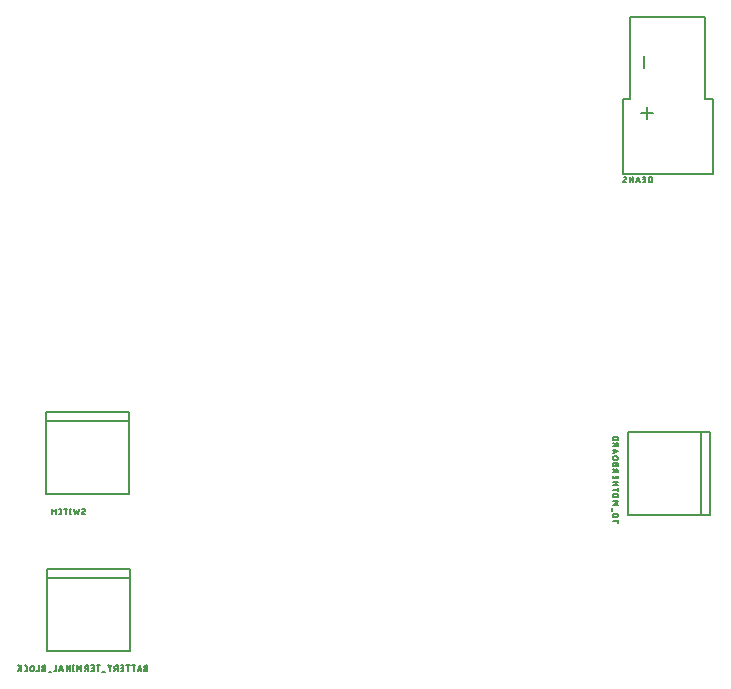
<source format=gbr>
G04 EAGLE Gerber RS-274X export*
G75*
%MOMM*%
%FSLAX34Y34*%
%LPD*%
%INSilkscreen Bottom*%
%IPPOS*%
%AMOC8*
5,1,8,0,0,1.08239X$1,22.5*%
G01*
%ADD10C,0.203200*%
%ADD11C,0.127000*%


D10*
X654000Y827500D02*
X654000Y757500D01*
X716000Y757500D01*
X724000Y757500D01*
X724000Y827500D01*
X716000Y827500D01*
X654000Y827500D01*
X716000Y827500D02*
X716000Y757500D01*
D11*
X645965Y752316D02*
X641139Y752316D01*
X645965Y750976D02*
X645965Y753657D01*
X644624Y756096D02*
X642480Y756096D01*
X644624Y756096D02*
X644695Y756098D01*
X644767Y756104D01*
X644837Y756113D01*
X644907Y756126D01*
X644977Y756143D01*
X645045Y756164D01*
X645112Y756188D01*
X645178Y756216D01*
X645242Y756247D01*
X645305Y756282D01*
X645365Y756320D01*
X645424Y756361D01*
X645480Y756405D01*
X645534Y756452D01*
X645585Y756501D01*
X645633Y756554D01*
X645679Y756609D01*
X645721Y756666D01*
X645761Y756726D01*
X645797Y756787D01*
X645830Y756851D01*
X645859Y756916D01*
X645885Y756982D01*
X645908Y757050D01*
X645927Y757119D01*
X645942Y757189D01*
X645953Y757259D01*
X645961Y757330D01*
X645965Y757401D01*
X645965Y757473D01*
X645961Y757544D01*
X645953Y757615D01*
X645942Y757685D01*
X645927Y757755D01*
X645908Y757824D01*
X645885Y757892D01*
X645859Y757958D01*
X645830Y758023D01*
X645797Y758087D01*
X645761Y758148D01*
X645721Y758208D01*
X645679Y758265D01*
X645633Y758320D01*
X645585Y758373D01*
X645534Y758422D01*
X645480Y758469D01*
X645424Y758513D01*
X645365Y758554D01*
X645305Y758592D01*
X645242Y758627D01*
X645178Y758658D01*
X645112Y758686D01*
X645045Y758710D01*
X644977Y758731D01*
X644907Y758748D01*
X644837Y758761D01*
X644767Y758770D01*
X644695Y758776D01*
X644624Y758778D01*
X644624Y758777D02*
X642480Y758777D01*
X642480Y758778D02*
X642409Y758776D01*
X642337Y758770D01*
X642267Y758761D01*
X642197Y758748D01*
X642127Y758731D01*
X642059Y758710D01*
X641992Y758686D01*
X641926Y758658D01*
X641862Y758627D01*
X641799Y758592D01*
X641739Y758554D01*
X641680Y758513D01*
X641624Y758469D01*
X641570Y758422D01*
X641519Y758373D01*
X641471Y758320D01*
X641425Y758265D01*
X641383Y758208D01*
X641343Y758148D01*
X641307Y758087D01*
X641274Y758023D01*
X641245Y757958D01*
X641219Y757892D01*
X641196Y757824D01*
X641177Y757755D01*
X641162Y757685D01*
X641151Y757615D01*
X641143Y757544D01*
X641139Y757473D01*
X641139Y757401D01*
X641143Y757330D01*
X641151Y757259D01*
X641162Y757189D01*
X641177Y757119D01*
X641196Y757050D01*
X641219Y756982D01*
X641245Y756916D01*
X641274Y756851D01*
X641307Y756787D01*
X641343Y756726D01*
X641383Y756666D01*
X641425Y756609D01*
X641471Y756554D01*
X641519Y756501D01*
X641570Y756452D01*
X641624Y756405D01*
X641680Y756361D01*
X641739Y756320D01*
X641799Y756282D01*
X641862Y756247D01*
X641926Y756216D01*
X641992Y756188D01*
X642059Y756164D01*
X642127Y756143D01*
X642197Y756126D01*
X642267Y756113D01*
X642337Y756104D01*
X642409Y756098D01*
X642480Y756096D01*
X640603Y761302D02*
X640603Y763447D01*
X641139Y766252D02*
X645965Y766252D01*
X643284Y767861D01*
X645965Y769469D01*
X641139Y769469D01*
X642480Y772555D02*
X644624Y772555D01*
X644695Y772557D01*
X644767Y772563D01*
X644837Y772572D01*
X644907Y772585D01*
X644977Y772602D01*
X645045Y772623D01*
X645112Y772647D01*
X645178Y772675D01*
X645242Y772706D01*
X645305Y772741D01*
X645365Y772779D01*
X645424Y772820D01*
X645480Y772864D01*
X645534Y772911D01*
X645585Y772960D01*
X645633Y773013D01*
X645679Y773068D01*
X645721Y773125D01*
X645761Y773185D01*
X645797Y773246D01*
X645830Y773310D01*
X645859Y773375D01*
X645885Y773441D01*
X645908Y773509D01*
X645927Y773578D01*
X645942Y773648D01*
X645953Y773718D01*
X645961Y773789D01*
X645965Y773860D01*
X645965Y773932D01*
X645961Y774003D01*
X645953Y774074D01*
X645942Y774144D01*
X645927Y774214D01*
X645908Y774283D01*
X645885Y774351D01*
X645859Y774417D01*
X645830Y774482D01*
X645797Y774546D01*
X645761Y774607D01*
X645721Y774667D01*
X645679Y774724D01*
X645633Y774779D01*
X645585Y774832D01*
X645534Y774881D01*
X645480Y774928D01*
X645424Y774972D01*
X645365Y775013D01*
X645305Y775051D01*
X645242Y775086D01*
X645178Y775117D01*
X645112Y775145D01*
X645045Y775169D01*
X644977Y775190D01*
X644907Y775207D01*
X644837Y775220D01*
X644767Y775229D01*
X644695Y775235D01*
X644624Y775237D01*
X644624Y775236D02*
X642480Y775236D01*
X642480Y775237D02*
X642409Y775235D01*
X642337Y775229D01*
X642267Y775220D01*
X642197Y775207D01*
X642127Y775190D01*
X642059Y775169D01*
X641992Y775145D01*
X641926Y775117D01*
X641862Y775086D01*
X641799Y775051D01*
X641739Y775013D01*
X641680Y774972D01*
X641624Y774928D01*
X641570Y774881D01*
X641519Y774832D01*
X641471Y774779D01*
X641425Y774724D01*
X641383Y774667D01*
X641343Y774607D01*
X641307Y774546D01*
X641274Y774482D01*
X641245Y774417D01*
X641219Y774351D01*
X641196Y774283D01*
X641177Y774214D01*
X641162Y774144D01*
X641151Y774074D01*
X641143Y774003D01*
X641139Y773932D01*
X641139Y773860D01*
X641143Y773789D01*
X641151Y773718D01*
X641162Y773648D01*
X641177Y773578D01*
X641196Y773509D01*
X641219Y773441D01*
X641245Y773375D01*
X641274Y773310D01*
X641307Y773246D01*
X641343Y773185D01*
X641383Y773125D01*
X641425Y773068D01*
X641471Y773013D01*
X641519Y772960D01*
X641570Y772911D01*
X641624Y772864D01*
X641680Y772820D01*
X641739Y772779D01*
X641799Y772741D01*
X641862Y772706D01*
X641926Y772675D01*
X641992Y772647D01*
X642059Y772623D01*
X642127Y772602D01*
X642197Y772585D01*
X642267Y772572D01*
X642337Y772563D01*
X642409Y772557D01*
X642480Y772555D01*
X641139Y779016D02*
X645965Y779016D01*
X645965Y777676D02*
X645965Y780357D01*
X645965Y782979D02*
X641139Y782979D01*
X643820Y782979D02*
X643820Y785660D01*
X645965Y785660D02*
X641139Y785660D01*
X641139Y788851D02*
X641139Y790996D01*
X641139Y788851D02*
X645965Y788851D01*
X645965Y790996D01*
X643820Y790460D02*
X643820Y788851D01*
X645965Y793650D02*
X641139Y793650D01*
X645965Y793650D02*
X645965Y794991D01*
X645963Y795062D01*
X645957Y795134D01*
X645948Y795204D01*
X645935Y795274D01*
X645918Y795344D01*
X645897Y795412D01*
X645873Y795479D01*
X645845Y795545D01*
X645814Y795609D01*
X645779Y795672D01*
X645741Y795732D01*
X645700Y795791D01*
X645656Y795847D01*
X645609Y795901D01*
X645560Y795952D01*
X645507Y796000D01*
X645452Y796046D01*
X645395Y796088D01*
X645335Y796128D01*
X645274Y796164D01*
X645210Y796197D01*
X645145Y796226D01*
X645079Y796252D01*
X645011Y796275D01*
X644942Y796294D01*
X644872Y796309D01*
X644802Y796320D01*
X644731Y796328D01*
X644660Y796332D01*
X644588Y796332D01*
X644517Y796328D01*
X644446Y796320D01*
X644376Y796309D01*
X644306Y796294D01*
X644237Y796275D01*
X644169Y796252D01*
X644103Y796226D01*
X644038Y796197D01*
X643974Y796164D01*
X643913Y796128D01*
X643853Y796088D01*
X643796Y796046D01*
X643741Y796000D01*
X643688Y795952D01*
X643639Y795901D01*
X643592Y795847D01*
X643548Y795791D01*
X643507Y795732D01*
X643469Y795672D01*
X643434Y795609D01*
X643403Y795545D01*
X643375Y795479D01*
X643351Y795412D01*
X643330Y795344D01*
X643313Y795274D01*
X643300Y795204D01*
X643291Y795134D01*
X643285Y795062D01*
X643283Y794991D01*
X643284Y794991D02*
X643284Y793650D01*
X643284Y795259D02*
X641139Y796331D01*
X643820Y799402D02*
X643820Y800743D01*
X643821Y800743D02*
X643819Y800814D01*
X643813Y800886D01*
X643804Y800956D01*
X643791Y801026D01*
X643774Y801096D01*
X643753Y801164D01*
X643729Y801231D01*
X643701Y801297D01*
X643670Y801361D01*
X643635Y801424D01*
X643597Y801484D01*
X643556Y801543D01*
X643512Y801599D01*
X643465Y801653D01*
X643416Y801704D01*
X643363Y801752D01*
X643308Y801798D01*
X643251Y801840D01*
X643191Y801880D01*
X643130Y801916D01*
X643066Y801949D01*
X643001Y801978D01*
X642935Y802004D01*
X642867Y802027D01*
X642798Y802046D01*
X642728Y802061D01*
X642658Y802072D01*
X642587Y802080D01*
X642516Y802084D01*
X642444Y802084D01*
X642373Y802080D01*
X642302Y802072D01*
X642232Y802061D01*
X642162Y802046D01*
X642093Y802027D01*
X642025Y802004D01*
X641959Y801978D01*
X641894Y801949D01*
X641830Y801916D01*
X641769Y801880D01*
X641709Y801840D01*
X641652Y801798D01*
X641597Y801752D01*
X641544Y801704D01*
X641495Y801653D01*
X641448Y801599D01*
X641404Y801543D01*
X641363Y801484D01*
X641325Y801424D01*
X641290Y801361D01*
X641259Y801297D01*
X641231Y801231D01*
X641207Y801164D01*
X641186Y801096D01*
X641169Y801026D01*
X641156Y800956D01*
X641147Y800886D01*
X641141Y800814D01*
X641139Y800743D01*
X641139Y799402D01*
X645965Y799402D01*
X645965Y800743D01*
X645963Y800808D01*
X645957Y800872D01*
X645947Y800936D01*
X645934Y801000D01*
X645916Y801062D01*
X645895Y801123D01*
X645871Y801183D01*
X645842Y801241D01*
X645810Y801298D01*
X645775Y801352D01*
X645737Y801404D01*
X645695Y801454D01*
X645651Y801501D01*
X645604Y801545D01*
X645554Y801587D01*
X645502Y801625D01*
X645448Y801660D01*
X645391Y801692D01*
X645333Y801721D01*
X645273Y801745D01*
X645212Y801766D01*
X645150Y801784D01*
X645086Y801797D01*
X645022Y801807D01*
X644958Y801813D01*
X644893Y801815D01*
X644828Y801813D01*
X644764Y801807D01*
X644700Y801797D01*
X644636Y801784D01*
X644574Y801766D01*
X644513Y801745D01*
X644453Y801721D01*
X644395Y801692D01*
X644338Y801660D01*
X644284Y801625D01*
X644232Y801587D01*
X644182Y801545D01*
X644135Y801501D01*
X644091Y801454D01*
X644049Y801404D01*
X644011Y801352D01*
X643976Y801298D01*
X643944Y801241D01*
X643915Y801183D01*
X643891Y801123D01*
X643870Y801062D01*
X643852Y801000D01*
X643839Y800936D01*
X643829Y800872D01*
X643823Y800808D01*
X643821Y800743D01*
X644624Y804559D02*
X642480Y804559D01*
X644624Y804559D02*
X644695Y804561D01*
X644767Y804567D01*
X644837Y804576D01*
X644907Y804589D01*
X644977Y804606D01*
X645045Y804627D01*
X645112Y804651D01*
X645178Y804679D01*
X645242Y804710D01*
X645305Y804745D01*
X645365Y804783D01*
X645424Y804824D01*
X645480Y804868D01*
X645534Y804915D01*
X645585Y804964D01*
X645633Y805017D01*
X645679Y805072D01*
X645721Y805129D01*
X645761Y805189D01*
X645797Y805250D01*
X645830Y805314D01*
X645859Y805379D01*
X645885Y805445D01*
X645908Y805513D01*
X645927Y805582D01*
X645942Y805652D01*
X645953Y805722D01*
X645961Y805793D01*
X645965Y805864D01*
X645965Y805936D01*
X645961Y806007D01*
X645953Y806078D01*
X645942Y806148D01*
X645927Y806218D01*
X645908Y806287D01*
X645885Y806355D01*
X645859Y806421D01*
X645830Y806486D01*
X645797Y806550D01*
X645761Y806611D01*
X645721Y806671D01*
X645679Y806728D01*
X645633Y806783D01*
X645585Y806836D01*
X645534Y806885D01*
X645480Y806932D01*
X645424Y806976D01*
X645365Y807017D01*
X645305Y807055D01*
X645242Y807090D01*
X645178Y807121D01*
X645112Y807149D01*
X645045Y807173D01*
X644977Y807194D01*
X644907Y807211D01*
X644837Y807224D01*
X644767Y807233D01*
X644695Y807239D01*
X644624Y807241D01*
X644624Y807240D02*
X642480Y807240D01*
X642480Y807241D02*
X642409Y807239D01*
X642337Y807233D01*
X642267Y807224D01*
X642197Y807211D01*
X642127Y807194D01*
X642059Y807173D01*
X641992Y807149D01*
X641926Y807121D01*
X641862Y807090D01*
X641799Y807055D01*
X641739Y807017D01*
X641680Y806976D01*
X641624Y806932D01*
X641570Y806885D01*
X641519Y806836D01*
X641471Y806783D01*
X641425Y806728D01*
X641383Y806671D01*
X641343Y806611D01*
X641307Y806550D01*
X641274Y806486D01*
X641245Y806421D01*
X641219Y806355D01*
X641196Y806287D01*
X641177Y806218D01*
X641162Y806148D01*
X641151Y806078D01*
X641143Y806007D01*
X641139Y805936D01*
X641139Y805864D01*
X641143Y805793D01*
X641151Y805722D01*
X641162Y805652D01*
X641177Y805582D01*
X641196Y805513D01*
X641219Y805445D01*
X641245Y805379D01*
X641274Y805314D01*
X641307Y805250D01*
X641343Y805189D01*
X641383Y805129D01*
X641425Y805072D01*
X641471Y805017D01*
X641519Y804964D01*
X641570Y804915D01*
X641624Y804868D01*
X641680Y804824D01*
X641739Y804783D01*
X641799Y804745D01*
X641862Y804710D01*
X641926Y804679D01*
X641992Y804651D01*
X642059Y804627D01*
X642127Y804606D01*
X642197Y804589D01*
X642267Y804576D01*
X642337Y804567D01*
X642409Y804561D01*
X642480Y804559D01*
X641139Y809777D02*
X645965Y811386D01*
X641139Y812995D01*
X642346Y812592D02*
X642346Y810179D01*
X641139Y815778D02*
X645965Y815778D01*
X645965Y817119D01*
X645963Y817190D01*
X645957Y817262D01*
X645948Y817332D01*
X645935Y817402D01*
X645918Y817472D01*
X645897Y817540D01*
X645873Y817607D01*
X645845Y817673D01*
X645814Y817737D01*
X645779Y817800D01*
X645741Y817860D01*
X645700Y817919D01*
X645656Y817975D01*
X645609Y818029D01*
X645560Y818080D01*
X645507Y818128D01*
X645452Y818174D01*
X645395Y818216D01*
X645335Y818256D01*
X645274Y818292D01*
X645210Y818325D01*
X645145Y818354D01*
X645079Y818380D01*
X645011Y818403D01*
X644942Y818422D01*
X644872Y818437D01*
X644802Y818448D01*
X644731Y818456D01*
X644660Y818460D01*
X644588Y818460D01*
X644517Y818456D01*
X644446Y818448D01*
X644376Y818437D01*
X644306Y818422D01*
X644237Y818403D01*
X644169Y818380D01*
X644103Y818354D01*
X644038Y818325D01*
X643974Y818292D01*
X643913Y818256D01*
X643853Y818216D01*
X643796Y818174D01*
X643741Y818128D01*
X643688Y818080D01*
X643639Y818029D01*
X643592Y817975D01*
X643548Y817919D01*
X643507Y817860D01*
X643469Y817800D01*
X643434Y817737D01*
X643403Y817673D01*
X643375Y817607D01*
X643351Y817540D01*
X643330Y817472D01*
X643313Y817402D01*
X643300Y817332D01*
X643291Y817262D01*
X643285Y817190D01*
X643283Y817119D01*
X643284Y817119D02*
X643284Y815778D01*
X643284Y817387D02*
X641139Y818459D01*
X641139Y821384D02*
X645965Y821384D01*
X645965Y822724D01*
X645963Y822794D01*
X645958Y822864D01*
X645948Y822934D01*
X645936Y823003D01*
X645919Y823071D01*
X645899Y823138D01*
X645876Y823205D01*
X645849Y823269D01*
X645819Y823333D01*
X645785Y823395D01*
X645749Y823454D01*
X645709Y823512D01*
X645666Y823568D01*
X645621Y823621D01*
X645572Y823672D01*
X645521Y823721D01*
X645468Y823766D01*
X645412Y823809D01*
X645354Y823849D01*
X645295Y823885D01*
X645233Y823919D01*
X645169Y823949D01*
X645105Y823976D01*
X645038Y823999D01*
X644971Y824019D01*
X644903Y824036D01*
X644834Y824048D01*
X644764Y824058D01*
X644694Y824063D01*
X644624Y824065D01*
X642480Y824065D01*
X642410Y824063D01*
X642340Y824058D01*
X642270Y824048D01*
X642201Y824036D01*
X642133Y824019D01*
X642066Y823999D01*
X641999Y823976D01*
X641935Y823949D01*
X641871Y823919D01*
X641810Y823885D01*
X641750Y823849D01*
X641692Y823809D01*
X641636Y823766D01*
X641583Y823721D01*
X641532Y823672D01*
X641483Y823621D01*
X641438Y823568D01*
X641395Y823512D01*
X641355Y823454D01*
X641319Y823395D01*
X641285Y823333D01*
X641255Y823269D01*
X641228Y823205D01*
X641205Y823138D01*
X641185Y823071D01*
X641168Y823003D01*
X641156Y822934D01*
X641146Y822864D01*
X641141Y822794D01*
X641139Y822724D01*
X641139Y821384D01*
D10*
X649672Y1046378D02*
X725872Y1046378D01*
X649672Y1046378D02*
X649672Y1109878D01*
X725872Y1109878D02*
X725872Y1046378D01*
X719776Y1179220D02*
X655768Y1179220D01*
X655768Y1109878D01*
X719776Y1109878D02*
X719776Y1179220D01*
X655768Y1109878D02*
X649672Y1109878D01*
X719776Y1109878D02*
X725872Y1109878D01*
D11*
X669992Y1103020D02*
X669992Y1092860D01*
X664912Y1097940D02*
X675072Y1097940D01*
X667452Y1136040D02*
X667452Y1146200D01*
X674568Y1043965D02*
X674568Y1039139D01*
X674568Y1043965D02*
X673227Y1043965D01*
X673157Y1043963D01*
X673087Y1043958D01*
X673017Y1043948D01*
X672948Y1043936D01*
X672880Y1043919D01*
X672813Y1043899D01*
X672746Y1043876D01*
X672682Y1043849D01*
X672618Y1043819D01*
X672557Y1043785D01*
X672497Y1043749D01*
X672439Y1043709D01*
X672383Y1043666D01*
X672330Y1043621D01*
X672279Y1043572D01*
X672230Y1043521D01*
X672185Y1043468D01*
X672142Y1043412D01*
X672102Y1043354D01*
X672066Y1043295D01*
X672032Y1043233D01*
X672002Y1043169D01*
X671975Y1043105D01*
X671952Y1043038D01*
X671932Y1042971D01*
X671915Y1042903D01*
X671903Y1042834D01*
X671893Y1042764D01*
X671888Y1042694D01*
X671886Y1042624D01*
X671887Y1042624D02*
X671887Y1040480D01*
X671886Y1040480D02*
X671888Y1040410D01*
X671893Y1040340D01*
X671903Y1040270D01*
X671915Y1040201D01*
X671932Y1040133D01*
X671952Y1040066D01*
X671975Y1039999D01*
X672002Y1039935D01*
X672032Y1039871D01*
X672066Y1039810D01*
X672102Y1039750D01*
X672142Y1039692D01*
X672185Y1039636D01*
X672230Y1039583D01*
X672279Y1039532D01*
X672330Y1039483D01*
X672383Y1039438D01*
X672439Y1039395D01*
X672497Y1039355D01*
X672557Y1039319D01*
X672618Y1039285D01*
X672682Y1039255D01*
X672746Y1039228D01*
X672813Y1039205D01*
X672880Y1039185D01*
X672948Y1039168D01*
X673017Y1039156D01*
X673087Y1039146D01*
X673157Y1039141D01*
X673227Y1039139D01*
X674568Y1039139D01*
X668696Y1039139D02*
X666551Y1039139D01*
X668696Y1039139D02*
X668696Y1043965D01*
X666551Y1043965D01*
X667088Y1041820D02*
X668696Y1041820D01*
X664412Y1039139D02*
X662803Y1043965D01*
X661195Y1039139D01*
X661597Y1040346D02*
X664010Y1040346D01*
X658474Y1039139D02*
X658474Y1043965D01*
X655793Y1039139D01*
X655793Y1043965D01*
X651379Y1039139D02*
X651314Y1039141D01*
X651250Y1039147D01*
X651186Y1039157D01*
X651122Y1039170D01*
X651060Y1039188D01*
X650999Y1039209D01*
X650939Y1039233D01*
X650881Y1039262D01*
X650824Y1039294D01*
X650770Y1039329D01*
X650718Y1039367D01*
X650668Y1039409D01*
X650621Y1039453D01*
X650577Y1039500D01*
X650535Y1039550D01*
X650497Y1039602D01*
X650462Y1039656D01*
X650430Y1039713D01*
X650401Y1039771D01*
X650377Y1039831D01*
X650356Y1039892D01*
X650338Y1039954D01*
X650325Y1040018D01*
X650315Y1040082D01*
X650309Y1040146D01*
X650307Y1040211D01*
X651379Y1039139D02*
X651473Y1039141D01*
X651567Y1039147D01*
X651661Y1039157D01*
X651754Y1039170D01*
X651846Y1039188D01*
X651938Y1039209D01*
X652029Y1039234D01*
X652119Y1039263D01*
X652207Y1039296D01*
X652294Y1039332D01*
X652379Y1039372D01*
X652463Y1039415D01*
X652544Y1039462D01*
X652624Y1039512D01*
X652702Y1039565D01*
X652777Y1039622D01*
X652850Y1039681D01*
X652920Y1039744D01*
X652988Y1039809D01*
X652854Y1042893D02*
X652852Y1042958D01*
X652846Y1043022D01*
X652836Y1043086D01*
X652823Y1043150D01*
X652805Y1043212D01*
X652784Y1043273D01*
X652760Y1043333D01*
X652731Y1043391D01*
X652699Y1043448D01*
X652664Y1043502D01*
X652626Y1043554D01*
X652584Y1043604D01*
X652540Y1043651D01*
X652493Y1043695D01*
X652443Y1043737D01*
X652391Y1043775D01*
X652337Y1043810D01*
X652280Y1043842D01*
X652222Y1043871D01*
X652162Y1043895D01*
X652101Y1043916D01*
X652039Y1043934D01*
X651975Y1043947D01*
X651911Y1043957D01*
X651847Y1043963D01*
X651782Y1043965D01*
X651696Y1043963D01*
X651610Y1043958D01*
X651524Y1043948D01*
X651439Y1043935D01*
X651354Y1043919D01*
X651270Y1043899D01*
X651187Y1043875D01*
X651105Y1043848D01*
X651025Y1043817D01*
X650945Y1043783D01*
X650868Y1043745D01*
X650792Y1043704D01*
X650718Y1043660D01*
X650645Y1043613D01*
X650575Y1043563D01*
X652318Y1041955D02*
X652371Y1041988D01*
X652422Y1042025D01*
X652471Y1042064D01*
X652518Y1042106D01*
X652562Y1042151D01*
X652603Y1042198D01*
X652642Y1042247D01*
X652678Y1042299D01*
X652711Y1042353D01*
X652740Y1042408D01*
X652766Y1042465D01*
X652789Y1042524D01*
X652809Y1042583D01*
X652825Y1042644D01*
X652838Y1042705D01*
X652847Y1042768D01*
X652852Y1042830D01*
X652854Y1042893D01*
X650843Y1041149D02*
X650790Y1041116D01*
X650739Y1041079D01*
X650690Y1041040D01*
X650643Y1040998D01*
X650599Y1040953D01*
X650558Y1040906D01*
X650519Y1040857D01*
X650483Y1040805D01*
X650450Y1040751D01*
X650421Y1040696D01*
X650395Y1040639D01*
X650372Y1040580D01*
X650352Y1040521D01*
X650336Y1040460D01*
X650323Y1040399D01*
X650314Y1040336D01*
X650309Y1040274D01*
X650307Y1040211D01*
X650843Y1041150D02*
X652318Y1041954D01*
D10*
X232500Y642230D02*
X162500Y642230D01*
X232500Y642230D02*
X232500Y704230D01*
X232500Y712230D01*
X162500Y712230D01*
X162500Y704230D01*
X162500Y642230D01*
X162500Y704230D02*
X232500Y704230D01*
D11*
X245894Y628050D02*
X247234Y628050D01*
X245894Y628051D02*
X245823Y628049D01*
X245751Y628043D01*
X245681Y628034D01*
X245611Y628021D01*
X245541Y628004D01*
X245473Y627983D01*
X245406Y627959D01*
X245340Y627931D01*
X245276Y627900D01*
X245213Y627865D01*
X245153Y627827D01*
X245094Y627786D01*
X245038Y627742D01*
X244984Y627695D01*
X244933Y627646D01*
X244885Y627593D01*
X244839Y627538D01*
X244797Y627481D01*
X244757Y627421D01*
X244721Y627360D01*
X244688Y627296D01*
X244659Y627231D01*
X244633Y627165D01*
X244610Y627097D01*
X244591Y627028D01*
X244576Y626958D01*
X244565Y626888D01*
X244557Y626817D01*
X244553Y626746D01*
X244553Y626674D01*
X244557Y626603D01*
X244565Y626532D01*
X244576Y626462D01*
X244591Y626392D01*
X244610Y626323D01*
X244633Y626255D01*
X244659Y626189D01*
X244688Y626124D01*
X244721Y626060D01*
X244757Y625999D01*
X244797Y625939D01*
X244839Y625882D01*
X244885Y625827D01*
X244933Y625774D01*
X244984Y625725D01*
X245038Y625678D01*
X245094Y625634D01*
X245153Y625593D01*
X245213Y625555D01*
X245276Y625520D01*
X245340Y625489D01*
X245406Y625461D01*
X245473Y625437D01*
X245541Y625416D01*
X245611Y625399D01*
X245681Y625386D01*
X245751Y625377D01*
X245823Y625371D01*
X245894Y625369D01*
X247234Y625369D01*
X247234Y630195D01*
X245894Y630195D01*
X245829Y630193D01*
X245765Y630187D01*
X245701Y630177D01*
X245637Y630164D01*
X245575Y630146D01*
X245514Y630125D01*
X245454Y630101D01*
X245396Y630072D01*
X245339Y630040D01*
X245285Y630005D01*
X245233Y629967D01*
X245183Y629925D01*
X245136Y629881D01*
X245092Y629834D01*
X245050Y629784D01*
X245012Y629732D01*
X244977Y629678D01*
X244945Y629621D01*
X244916Y629563D01*
X244892Y629503D01*
X244871Y629442D01*
X244853Y629380D01*
X244840Y629316D01*
X244830Y629252D01*
X244824Y629188D01*
X244822Y629123D01*
X244824Y629058D01*
X244830Y628994D01*
X244840Y628930D01*
X244853Y628866D01*
X244871Y628804D01*
X244892Y628743D01*
X244916Y628683D01*
X244945Y628625D01*
X244977Y628568D01*
X245012Y628514D01*
X245050Y628462D01*
X245092Y628412D01*
X245136Y628365D01*
X245183Y628321D01*
X245233Y628279D01*
X245285Y628241D01*
X245339Y628206D01*
X245396Y628174D01*
X245454Y628145D01*
X245514Y628121D01*
X245575Y628100D01*
X245637Y628082D01*
X245701Y628069D01*
X245765Y628059D01*
X245829Y628053D01*
X245894Y628051D01*
X242345Y625369D02*
X240737Y630195D01*
X239128Y625369D01*
X239530Y626576D02*
X241943Y626576D01*
X235616Y625369D02*
X235616Y630195D01*
X234276Y630195D02*
X236957Y630195D01*
X230861Y630195D02*
X230861Y625369D01*
X232202Y630195D02*
X229521Y630195D01*
X226879Y625369D02*
X224734Y625369D01*
X226879Y625369D02*
X226879Y630195D01*
X224734Y630195D01*
X225270Y628050D02*
X226879Y628050D01*
X222080Y630195D02*
X222080Y625369D01*
X222080Y630195D02*
X220739Y630195D01*
X220668Y630193D01*
X220596Y630187D01*
X220526Y630178D01*
X220456Y630165D01*
X220386Y630148D01*
X220318Y630127D01*
X220251Y630103D01*
X220185Y630075D01*
X220121Y630044D01*
X220058Y630009D01*
X219998Y629971D01*
X219939Y629930D01*
X219883Y629886D01*
X219829Y629839D01*
X219778Y629790D01*
X219730Y629737D01*
X219684Y629682D01*
X219642Y629625D01*
X219602Y629565D01*
X219566Y629504D01*
X219533Y629440D01*
X219504Y629375D01*
X219478Y629309D01*
X219455Y629241D01*
X219436Y629172D01*
X219421Y629102D01*
X219410Y629032D01*
X219402Y628961D01*
X219398Y628890D01*
X219398Y628818D01*
X219402Y628747D01*
X219410Y628676D01*
X219421Y628606D01*
X219436Y628536D01*
X219455Y628467D01*
X219478Y628399D01*
X219504Y628333D01*
X219533Y628268D01*
X219566Y628204D01*
X219602Y628143D01*
X219642Y628083D01*
X219684Y628026D01*
X219730Y627971D01*
X219778Y627918D01*
X219829Y627869D01*
X219883Y627822D01*
X219939Y627778D01*
X219998Y627737D01*
X220058Y627699D01*
X220121Y627664D01*
X220185Y627633D01*
X220251Y627605D01*
X220318Y627581D01*
X220386Y627560D01*
X220456Y627543D01*
X220526Y627530D01*
X220596Y627521D01*
X220668Y627515D01*
X220739Y627513D01*
X220739Y627514D02*
X222080Y627514D01*
X220471Y627514D02*
X219399Y625369D01*
X215317Y627916D02*
X216925Y630195D01*
X215317Y627916D02*
X213708Y630195D01*
X215317Y627916D02*
X215317Y625369D01*
X211451Y624833D02*
X209307Y624833D01*
X205807Y625369D02*
X205807Y630195D01*
X207148Y630195D02*
X204466Y630195D01*
X201825Y625369D02*
X199680Y625369D01*
X201825Y625369D02*
X201825Y630195D01*
X199680Y630195D01*
X200216Y628050D02*
X201825Y628050D01*
X197026Y630195D02*
X197026Y625369D01*
X197026Y630195D02*
X195685Y630195D01*
X195614Y630193D01*
X195542Y630187D01*
X195472Y630178D01*
X195402Y630165D01*
X195332Y630148D01*
X195264Y630127D01*
X195197Y630103D01*
X195131Y630075D01*
X195067Y630044D01*
X195004Y630009D01*
X194944Y629971D01*
X194885Y629930D01*
X194829Y629886D01*
X194775Y629839D01*
X194724Y629790D01*
X194676Y629737D01*
X194630Y629682D01*
X194588Y629625D01*
X194548Y629565D01*
X194512Y629504D01*
X194479Y629440D01*
X194450Y629375D01*
X194424Y629309D01*
X194401Y629241D01*
X194382Y629172D01*
X194367Y629102D01*
X194356Y629032D01*
X194348Y628961D01*
X194344Y628890D01*
X194344Y628818D01*
X194348Y628747D01*
X194356Y628676D01*
X194367Y628606D01*
X194382Y628536D01*
X194401Y628467D01*
X194424Y628399D01*
X194450Y628333D01*
X194479Y628268D01*
X194512Y628204D01*
X194548Y628143D01*
X194588Y628083D01*
X194630Y628026D01*
X194676Y627971D01*
X194724Y627918D01*
X194775Y627869D01*
X194829Y627822D01*
X194885Y627778D01*
X194944Y627737D01*
X195004Y627699D01*
X195067Y627664D01*
X195131Y627633D01*
X195197Y627605D01*
X195264Y627581D01*
X195332Y627560D01*
X195402Y627543D01*
X195472Y627530D01*
X195542Y627521D01*
X195614Y627515D01*
X195685Y627513D01*
X195685Y627514D02*
X197026Y627514D01*
X195417Y627514D02*
X194344Y625369D01*
X191322Y625369D02*
X191322Y630195D01*
X189714Y627514D01*
X188105Y630195D01*
X188105Y625369D01*
X184776Y625369D02*
X184776Y630195D01*
X185312Y625369D02*
X184240Y625369D01*
X184240Y630195D02*
X185312Y630195D01*
X181544Y630195D02*
X181544Y625369D01*
X178863Y625369D02*
X181544Y630195D01*
X178863Y630195D02*
X178863Y625369D01*
X176143Y625369D02*
X174535Y630195D01*
X172926Y625369D01*
X173328Y626576D02*
X175741Y626576D01*
X170186Y625369D02*
X170186Y630195D01*
X170186Y625369D02*
X168042Y625369D01*
X165915Y624833D02*
X163770Y624833D01*
X160916Y628050D02*
X159575Y628050D01*
X159575Y628051D02*
X159504Y628049D01*
X159432Y628043D01*
X159362Y628034D01*
X159292Y628021D01*
X159222Y628004D01*
X159154Y627983D01*
X159087Y627959D01*
X159021Y627931D01*
X158957Y627900D01*
X158894Y627865D01*
X158834Y627827D01*
X158775Y627786D01*
X158719Y627742D01*
X158665Y627695D01*
X158614Y627646D01*
X158566Y627593D01*
X158520Y627538D01*
X158478Y627481D01*
X158438Y627421D01*
X158402Y627360D01*
X158369Y627296D01*
X158340Y627231D01*
X158314Y627165D01*
X158291Y627097D01*
X158272Y627028D01*
X158257Y626958D01*
X158246Y626888D01*
X158238Y626817D01*
X158234Y626746D01*
X158234Y626674D01*
X158238Y626603D01*
X158246Y626532D01*
X158257Y626462D01*
X158272Y626392D01*
X158291Y626323D01*
X158314Y626255D01*
X158340Y626189D01*
X158369Y626124D01*
X158402Y626060D01*
X158438Y625999D01*
X158478Y625939D01*
X158520Y625882D01*
X158566Y625827D01*
X158614Y625774D01*
X158665Y625725D01*
X158719Y625678D01*
X158775Y625634D01*
X158834Y625593D01*
X158894Y625555D01*
X158957Y625520D01*
X159021Y625489D01*
X159087Y625461D01*
X159154Y625437D01*
X159222Y625416D01*
X159292Y625399D01*
X159362Y625386D01*
X159432Y625377D01*
X159504Y625371D01*
X159575Y625369D01*
X160916Y625369D01*
X160916Y630195D01*
X159575Y630195D01*
X159510Y630193D01*
X159446Y630187D01*
X159382Y630177D01*
X159318Y630164D01*
X159256Y630146D01*
X159195Y630125D01*
X159135Y630101D01*
X159077Y630072D01*
X159020Y630040D01*
X158966Y630005D01*
X158914Y629967D01*
X158864Y629925D01*
X158817Y629881D01*
X158773Y629834D01*
X158731Y629784D01*
X158693Y629732D01*
X158658Y629678D01*
X158626Y629621D01*
X158597Y629563D01*
X158573Y629503D01*
X158552Y629442D01*
X158534Y629380D01*
X158521Y629316D01*
X158511Y629252D01*
X158505Y629188D01*
X158503Y629123D01*
X158505Y629058D01*
X158511Y628994D01*
X158521Y628930D01*
X158534Y628866D01*
X158552Y628804D01*
X158573Y628743D01*
X158597Y628683D01*
X158626Y628625D01*
X158658Y628568D01*
X158693Y628514D01*
X158731Y628462D01*
X158773Y628412D01*
X158817Y628365D01*
X158864Y628321D01*
X158914Y628279D01*
X158966Y628241D01*
X159020Y628206D01*
X159077Y628174D01*
X159135Y628145D01*
X159195Y628121D01*
X159256Y628100D01*
X159318Y628082D01*
X159382Y628069D01*
X159446Y628059D01*
X159510Y628053D01*
X159575Y628051D01*
X155556Y630195D02*
X155556Y625369D01*
X153411Y625369D01*
X151004Y626710D02*
X151004Y628854D01*
X151002Y628925D01*
X150996Y628997D01*
X150987Y629067D01*
X150974Y629137D01*
X150957Y629207D01*
X150936Y629275D01*
X150912Y629342D01*
X150884Y629408D01*
X150853Y629472D01*
X150818Y629535D01*
X150780Y629595D01*
X150739Y629654D01*
X150695Y629710D01*
X150648Y629764D01*
X150599Y629815D01*
X150546Y629863D01*
X150491Y629909D01*
X150434Y629951D01*
X150374Y629991D01*
X150313Y630027D01*
X150249Y630060D01*
X150184Y630089D01*
X150118Y630115D01*
X150050Y630138D01*
X149981Y630157D01*
X149911Y630172D01*
X149841Y630183D01*
X149770Y630191D01*
X149699Y630195D01*
X149627Y630195D01*
X149556Y630191D01*
X149485Y630183D01*
X149415Y630172D01*
X149345Y630157D01*
X149276Y630138D01*
X149208Y630115D01*
X149142Y630089D01*
X149077Y630060D01*
X149013Y630027D01*
X148952Y629991D01*
X148892Y629951D01*
X148835Y629909D01*
X148780Y629863D01*
X148727Y629815D01*
X148678Y629764D01*
X148631Y629710D01*
X148587Y629654D01*
X148546Y629595D01*
X148508Y629535D01*
X148473Y629472D01*
X148442Y629408D01*
X148414Y629342D01*
X148390Y629275D01*
X148369Y629207D01*
X148352Y629137D01*
X148339Y629067D01*
X148330Y628997D01*
X148324Y628925D01*
X148322Y628854D01*
X148323Y628854D02*
X148323Y626710D01*
X148322Y626710D02*
X148324Y626639D01*
X148330Y626567D01*
X148339Y626497D01*
X148352Y626427D01*
X148369Y626357D01*
X148390Y626289D01*
X148414Y626222D01*
X148442Y626156D01*
X148473Y626092D01*
X148508Y626029D01*
X148546Y625969D01*
X148587Y625910D01*
X148631Y625854D01*
X148678Y625800D01*
X148727Y625749D01*
X148780Y625701D01*
X148835Y625655D01*
X148892Y625613D01*
X148952Y625573D01*
X149013Y625537D01*
X149077Y625504D01*
X149142Y625475D01*
X149208Y625449D01*
X149276Y625426D01*
X149345Y625407D01*
X149415Y625392D01*
X149485Y625381D01*
X149556Y625373D01*
X149627Y625369D01*
X149699Y625369D01*
X149770Y625373D01*
X149841Y625381D01*
X149911Y625392D01*
X149981Y625407D01*
X150050Y625426D01*
X150118Y625449D01*
X150184Y625475D01*
X150249Y625504D01*
X150313Y625537D01*
X150374Y625573D01*
X150434Y625613D01*
X150491Y625655D01*
X150546Y625701D01*
X150599Y625749D01*
X150648Y625800D01*
X150695Y625854D01*
X150739Y625910D01*
X150780Y625969D01*
X150818Y626029D01*
X150853Y626092D01*
X150884Y626156D01*
X150912Y626222D01*
X150936Y626289D01*
X150957Y626357D01*
X150974Y626427D01*
X150987Y626497D01*
X150996Y626567D01*
X151002Y626639D01*
X151004Y626710D01*
X144474Y625369D02*
X143401Y625369D01*
X144474Y625369D02*
X144539Y625371D01*
X144603Y625377D01*
X144667Y625387D01*
X144731Y625400D01*
X144793Y625418D01*
X144854Y625439D01*
X144914Y625463D01*
X144972Y625492D01*
X145029Y625524D01*
X145083Y625559D01*
X145135Y625597D01*
X145185Y625639D01*
X145232Y625683D01*
X145276Y625730D01*
X145318Y625780D01*
X145356Y625832D01*
X145391Y625886D01*
X145423Y625943D01*
X145452Y626001D01*
X145476Y626061D01*
X145497Y626122D01*
X145515Y626184D01*
X145528Y626248D01*
X145538Y626312D01*
X145544Y626376D01*
X145546Y626441D01*
X145546Y629123D01*
X145544Y629188D01*
X145538Y629252D01*
X145528Y629316D01*
X145515Y629380D01*
X145497Y629442D01*
X145476Y629503D01*
X145452Y629563D01*
X145423Y629621D01*
X145391Y629678D01*
X145356Y629732D01*
X145318Y629784D01*
X145276Y629834D01*
X145232Y629881D01*
X145185Y629925D01*
X145135Y629967D01*
X145083Y630005D01*
X145029Y630040D01*
X144972Y630072D01*
X144914Y630101D01*
X144854Y630125D01*
X144793Y630146D01*
X144731Y630164D01*
X144667Y630177D01*
X144603Y630187D01*
X144539Y630193D01*
X144474Y630195D01*
X143401Y630195D01*
X140616Y630195D02*
X140616Y625369D01*
X140616Y627246D02*
X137935Y630195D01*
X139544Y628318D02*
X137935Y625369D01*
D10*
X161500Y775000D02*
X231500Y775000D01*
X231500Y837000D01*
X231500Y845000D01*
X161500Y845000D01*
X161500Y837000D01*
X161500Y775000D01*
X161500Y837000D02*
X231500Y837000D01*
D11*
X191990Y759211D02*
X191992Y759146D01*
X191998Y759082D01*
X192008Y759018D01*
X192021Y758954D01*
X192039Y758892D01*
X192060Y758831D01*
X192084Y758771D01*
X192113Y758713D01*
X192145Y758656D01*
X192180Y758602D01*
X192218Y758550D01*
X192260Y758500D01*
X192304Y758453D01*
X192351Y758409D01*
X192401Y758367D01*
X192453Y758329D01*
X192507Y758294D01*
X192564Y758262D01*
X192622Y758233D01*
X192682Y758209D01*
X192743Y758188D01*
X192805Y758170D01*
X192869Y758157D01*
X192933Y758147D01*
X192997Y758141D01*
X193062Y758139D01*
X193156Y758141D01*
X193250Y758147D01*
X193344Y758157D01*
X193437Y758170D01*
X193529Y758188D01*
X193621Y758209D01*
X193712Y758234D01*
X193802Y758263D01*
X193890Y758296D01*
X193977Y758332D01*
X194062Y758372D01*
X194146Y758415D01*
X194227Y758462D01*
X194307Y758512D01*
X194385Y758565D01*
X194460Y758622D01*
X194533Y758681D01*
X194603Y758744D01*
X194671Y758809D01*
X194536Y761893D02*
X194534Y761958D01*
X194528Y762022D01*
X194518Y762086D01*
X194505Y762150D01*
X194487Y762212D01*
X194466Y762273D01*
X194442Y762333D01*
X194413Y762391D01*
X194381Y762448D01*
X194346Y762502D01*
X194308Y762554D01*
X194266Y762604D01*
X194222Y762651D01*
X194175Y762695D01*
X194125Y762737D01*
X194073Y762775D01*
X194019Y762810D01*
X193962Y762842D01*
X193904Y762871D01*
X193844Y762895D01*
X193783Y762916D01*
X193721Y762934D01*
X193657Y762947D01*
X193593Y762957D01*
X193529Y762963D01*
X193464Y762965D01*
X193378Y762963D01*
X193292Y762958D01*
X193206Y762948D01*
X193121Y762935D01*
X193036Y762919D01*
X192952Y762899D01*
X192869Y762875D01*
X192787Y762848D01*
X192707Y762817D01*
X192627Y762783D01*
X192550Y762745D01*
X192474Y762704D01*
X192400Y762660D01*
X192327Y762613D01*
X192257Y762563D01*
X194000Y760955D02*
X194053Y760988D01*
X194104Y761025D01*
X194153Y761064D01*
X194200Y761106D01*
X194244Y761151D01*
X194285Y761198D01*
X194324Y761247D01*
X194360Y761299D01*
X194393Y761353D01*
X194422Y761408D01*
X194448Y761465D01*
X194471Y761524D01*
X194491Y761583D01*
X194507Y761644D01*
X194520Y761705D01*
X194529Y761768D01*
X194534Y761830D01*
X194536Y761893D01*
X192526Y760149D02*
X192473Y760116D01*
X192422Y760079D01*
X192373Y760040D01*
X192326Y759998D01*
X192282Y759953D01*
X192241Y759906D01*
X192202Y759857D01*
X192166Y759805D01*
X192133Y759751D01*
X192104Y759696D01*
X192078Y759639D01*
X192055Y759580D01*
X192035Y759521D01*
X192019Y759460D01*
X192006Y759399D01*
X191997Y759336D01*
X191992Y759274D01*
X191990Y759211D01*
X192526Y760150D02*
X194000Y760954D01*
X189440Y762965D02*
X188367Y758139D01*
X187295Y761356D01*
X186223Y758139D01*
X185150Y762965D01*
X182174Y762965D02*
X182174Y758139D01*
X181638Y758139D02*
X182711Y758139D01*
X182711Y762965D02*
X181638Y762965D01*
X178151Y762965D02*
X178151Y758139D01*
X179492Y762965D02*
X176810Y762965D01*
X173327Y758139D02*
X172255Y758139D01*
X173327Y758139D02*
X173392Y758141D01*
X173456Y758147D01*
X173520Y758157D01*
X173584Y758170D01*
X173646Y758188D01*
X173707Y758209D01*
X173767Y758233D01*
X173825Y758262D01*
X173882Y758294D01*
X173936Y758329D01*
X173988Y758367D01*
X174038Y758409D01*
X174085Y758453D01*
X174129Y758500D01*
X174171Y758550D01*
X174209Y758602D01*
X174244Y758656D01*
X174276Y758713D01*
X174305Y758771D01*
X174329Y758831D01*
X174350Y758892D01*
X174368Y758954D01*
X174381Y759018D01*
X174391Y759082D01*
X174397Y759146D01*
X174399Y759211D01*
X174400Y759211D02*
X174400Y761893D01*
X174399Y761893D02*
X174397Y761958D01*
X174391Y762022D01*
X174381Y762086D01*
X174368Y762150D01*
X174350Y762212D01*
X174329Y762273D01*
X174305Y762333D01*
X174276Y762391D01*
X174244Y762448D01*
X174209Y762502D01*
X174171Y762554D01*
X174129Y762604D01*
X174085Y762651D01*
X174038Y762695D01*
X173988Y762737D01*
X173936Y762775D01*
X173882Y762810D01*
X173825Y762842D01*
X173767Y762871D01*
X173707Y762895D01*
X173646Y762916D01*
X173584Y762934D01*
X173520Y762947D01*
X173456Y762957D01*
X173392Y762963D01*
X173327Y762965D01*
X172255Y762965D01*
X169616Y762965D02*
X169616Y758139D01*
X169616Y760820D02*
X166935Y760820D01*
X166935Y762965D02*
X166935Y758139D01*
M02*

</source>
